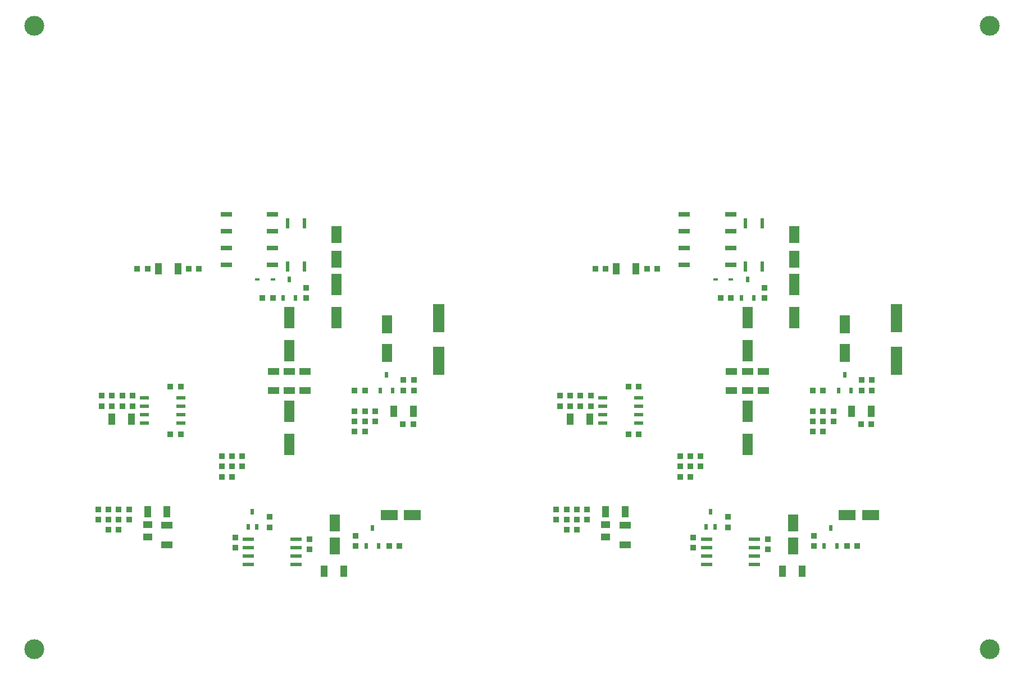
<source format=gtp>
G04*
G04 #@! TF.GenerationSoftware,Altium Limited,Altium Designer,19.1.6 (110)*
G04*
G04 Layer_Color=8421504*
%FSLAX25Y25*%
%MOIN*%
G70*
G01*
G75*
%ADD10C,0.11811*%
%ADD11R,0.02165X0.03543*%
%ADD12R,0.03740X0.03543*%
%ADD13R,0.07087X0.02362*%
%ADD14R,0.04331X0.06890*%
%ADD15R,0.06299X0.09843*%
%ADD16R,0.02362X0.03740*%
%ADD17R,0.09843X0.06299*%
%ADD18R,0.03543X0.03740*%
%ADD19R,0.07087X0.03150*%
%ADD20R,0.02362X0.06299*%
%ADD21R,0.03150X0.01575*%
%ADD22R,0.06299X0.12598*%
%ADD23R,0.06496X0.09843*%
%ADD24R,0.06890X0.04331*%
%ADD25R,0.05512X0.03937*%
%ADD26R,0.07087X0.16732*%
%ADD27R,0.06299X0.11024*%
%ADD28R,0.05709X0.02362*%
D10*
X11811Y11811D02*
D03*
X578740Y11811D02*
D03*
Y381890D02*
D03*
X11811Y381890D02*
D03*
D11*
X141191Y93221D02*
D03*
X143749Y84363D02*
D03*
X138631D02*
D03*
X413061Y93221D02*
D03*
X415620Y84363D02*
D03*
X410501D02*
D03*
D12*
X151427Y90291D02*
D03*
Y84189D02*
D03*
X131053Y77988D02*
D03*
Y71886D02*
D03*
X202509Y78973D02*
D03*
Y72870D02*
D03*
X175147Y77004D02*
D03*
Y70902D02*
D03*
X173080Y220409D02*
D03*
Y226512D02*
D03*
X61860Y88717D02*
D03*
Y94819D02*
D03*
X55757Y88717D02*
D03*
Y94819D02*
D03*
X67962Y88717D02*
D03*
Y94819D02*
D03*
X49655Y88717D02*
D03*
Y94819D02*
D03*
X135187Y120213D02*
D03*
Y126315D02*
D03*
X214124Y153185D02*
D03*
Y147083D02*
D03*
X70127Y162240D02*
D03*
Y156138D02*
D03*
X64025D02*
D03*
Y162240D02*
D03*
X57923D02*
D03*
Y156138D02*
D03*
X51820D02*
D03*
Y162240D02*
D03*
X423297Y90291D02*
D03*
Y84189D02*
D03*
X402923Y77988D02*
D03*
Y71886D02*
D03*
X474379Y78973D02*
D03*
Y72870D02*
D03*
X447017Y77004D02*
D03*
Y70902D02*
D03*
X444950Y220409D02*
D03*
Y226512D02*
D03*
X333730Y88717D02*
D03*
Y94819D02*
D03*
X327628Y88717D02*
D03*
Y94819D02*
D03*
X339832Y88717D02*
D03*
Y94819D02*
D03*
X321525Y88717D02*
D03*
Y94819D02*
D03*
X407057Y120213D02*
D03*
Y126315D02*
D03*
X485994Y153185D02*
D03*
Y147083D02*
D03*
X341998Y162240D02*
D03*
Y156138D02*
D03*
X335895D02*
D03*
Y162240D02*
D03*
X329793D02*
D03*
Y156138D02*
D03*
X323691D02*
D03*
Y162240D02*
D03*
D13*
X167175Y71925D02*
D03*
Y76925D02*
D03*
Y61925D02*
D03*
Y66925D02*
D03*
X138828Y71925D02*
D03*
Y76925D02*
D03*
Y66925D02*
D03*
Y61925D02*
D03*
X439045Y71925D02*
D03*
Y76925D02*
D03*
Y61925D02*
D03*
Y66925D02*
D03*
X410698Y71925D02*
D03*
Y76925D02*
D03*
Y66925D02*
D03*
Y61925D02*
D03*
D14*
X183907Y57910D02*
D03*
X195521D02*
D03*
X78986Y93441D02*
D03*
X90600D02*
D03*
X236663Y153185D02*
D03*
X225049D02*
D03*
X69537Y148461D02*
D03*
X57923D02*
D03*
X85383Y237536D02*
D03*
X96998D02*
D03*
X455777Y57910D02*
D03*
X467391D02*
D03*
X350856Y93441D02*
D03*
X362470D02*
D03*
X508533Y153185D02*
D03*
X496919D02*
D03*
X341407Y148461D02*
D03*
X329793D02*
D03*
X357254Y237536D02*
D03*
X368868D02*
D03*
D15*
X190206Y86834D02*
D03*
Y72883D02*
D03*
X462076Y86834D02*
D03*
Y72883D02*
D03*
D16*
X212450Y83697D02*
D03*
X208710Y72870D02*
D03*
X216191D02*
D03*
X163139Y231236D02*
D03*
X166880Y220409D02*
D03*
X159399D02*
D03*
X217076Y165488D02*
D03*
X224557D02*
D03*
X220816Y174740D02*
D03*
X484320Y83697D02*
D03*
X480580Y72870D02*
D03*
X488061D02*
D03*
X435009Y231236D02*
D03*
X438750Y220409D02*
D03*
X431269D02*
D03*
X488946Y165488D02*
D03*
X496427D02*
D03*
X492687Y174740D02*
D03*
D17*
X236257Y91374D02*
D03*
X222305D02*
D03*
X508127D02*
D03*
X494176D02*
D03*
D18*
X228395Y72870D02*
D03*
X222293D02*
D03*
X153297Y220409D02*
D03*
X147195D02*
D03*
X61860Y82713D02*
D03*
X55757D02*
D03*
X129183Y126315D02*
D03*
X123080D02*
D03*
Y120213D02*
D03*
X129183D02*
D03*
X129183Y114110D02*
D03*
X123080D02*
D03*
X236958Y171689D02*
D03*
X230856D02*
D03*
X236958Y165488D02*
D03*
X230856D02*
D03*
X201919Y153185D02*
D03*
X208021D02*
D03*
X208021Y147083D02*
D03*
X201919D02*
D03*
X208021Y140980D02*
D03*
X201919D02*
D03*
X230561Y145409D02*
D03*
X236663D02*
D03*
X208021Y165488D02*
D03*
X201919D02*
D03*
X98671Y167654D02*
D03*
X92568D02*
D03*
X92574Y139406D02*
D03*
X98676D02*
D03*
X109517Y237536D02*
D03*
X103415D02*
D03*
X78986D02*
D03*
X72883D02*
D03*
X500265Y72870D02*
D03*
X494163D02*
D03*
X425167Y220409D02*
D03*
X419065D02*
D03*
X333730Y82713D02*
D03*
X327628D02*
D03*
X401053Y126315D02*
D03*
X394951D02*
D03*
Y120213D02*
D03*
X401053D02*
D03*
X401053Y114110D02*
D03*
X394951D02*
D03*
X508828Y171689D02*
D03*
X502726D02*
D03*
X508828Y165488D02*
D03*
X502726D02*
D03*
X473789Y153185D02*
D03*
X479891D02*
D03*
X479891Y147083D02*
D03*
X473789D02*
D03*
X479891Y140980D02*
D03*
X473789D02*
D03*
X502431Y145409D02*
D03*
X508533D02*
D03*
X479891Y165488D02*
D03*
X473789D02*
D03*
X370541Y167654D02*
D03*
X364439D02*
D03*
X364444Y139406D02*
D03*
X370546D02*
D03*
X381387Y237536D02*
D03*
X375285D02*
D03*
X350856D02*
D03*
X344754D02*
D03*
D19*
X125683Y239957D02*
D03*
Y249957D02*
D03*
Y269957D02*
D03*
Y259957D02*
D03*
X153242D02*
D03*
Y269957D02*
D03*
Y249957D02*
D03*
Y239957D02*
D03*
X397553D02*
D03*
Y249957D02*
D03*
Y269957D02*
D03*
Y259957D02*
D03*
X425112D02*
D03*
Y269957D02*
D03*
Y249957D02*
D03*
Y239957D02*
D03*
D20*
X161978Y239110D02*
D03*
X171978D02*
D03*
X161978Y264701D02*
D03*
X171978D02*
D03*
X433848Y239110D02*
D03*
X443848D02*
D03*
X433848Y264701D02*
D03*
X443848D02*
D03*
D21*
X144242Y231335D02*
D03*
X153297D02*
D03*
X416112D02*
D03*
X425167D02*
D03*
D22*
X163139Y188927D02*
D03*
Y208781D02*
D03*
X190994Y228466D02*
D03*
Y208613D02*
D03*
X163139Y153087D02*
D03*
Y133233D02*
D03*
X435009Y188927D02*
D03*
Y208781D02*
D03*
X462864Y228466D02*
D03*
Y208613D02*
D03*
X435009Y153087D02*
D03*
Y133233D02*
D03*
D23*
X190994Y243244D02*
D03*
Y258008D02*
D03*
X462864Y243244D02*
D03*
Y258008D02*
D03*
D24*
X90600Y73756D02*
D03*
Y85370D02*
D03*
X172588Y165193D02*
D03*
Y176807D02*
D03*
X163139Y176807D02*
D03*
Y165193D02*
D03*
X153691Y176807D02*
D03*
Y165193D02*
D03*
X362470Y73756D02*
D03*
Y85370D02*
D03*
X444458Y165193D02*
D03*
Y176807D02*
D03*
X435009Y176807D02*
D03*
Y165193D02*
D03*
X425561Y176807D02*
D03*
Y165193D02*
D03*
D25*
X78980Y78284D02*
D03*
Y85567D02*
D03*
X350851Y78284D02*
D03*
Y85567D02*
D03*
D26*
X251722Y208402D02*
D03*
Y183008D02*
D03*
X523592Y208402D02*
D03*
Y183008D02*
D03*
D27*
X221013Y204538D02*
D03*
Y187634D02*
D03*
X492883Y204538D02*
D03*
Y187634D02*
D03*
D28*
X98671Y146079D02*
D03*
Y151079D02*
D03*
Y156079D02*
D03*
Y161079D02*
D03*
X77214Y146079D02*
D03*
Y151079D02*
D03*
Y156079D02*
D03*
Y161079D02*
D03*
X370541Y146079D02*
D03*
Y151079D02*
D03*
Y156079D02*
D03*
Y161079D02*
D03*
X349084Y146079D02*
D03*
Y151079D02*
D03*
Y156079D02*
D03*
Y161079D02*
D03*
M02*

</source>
